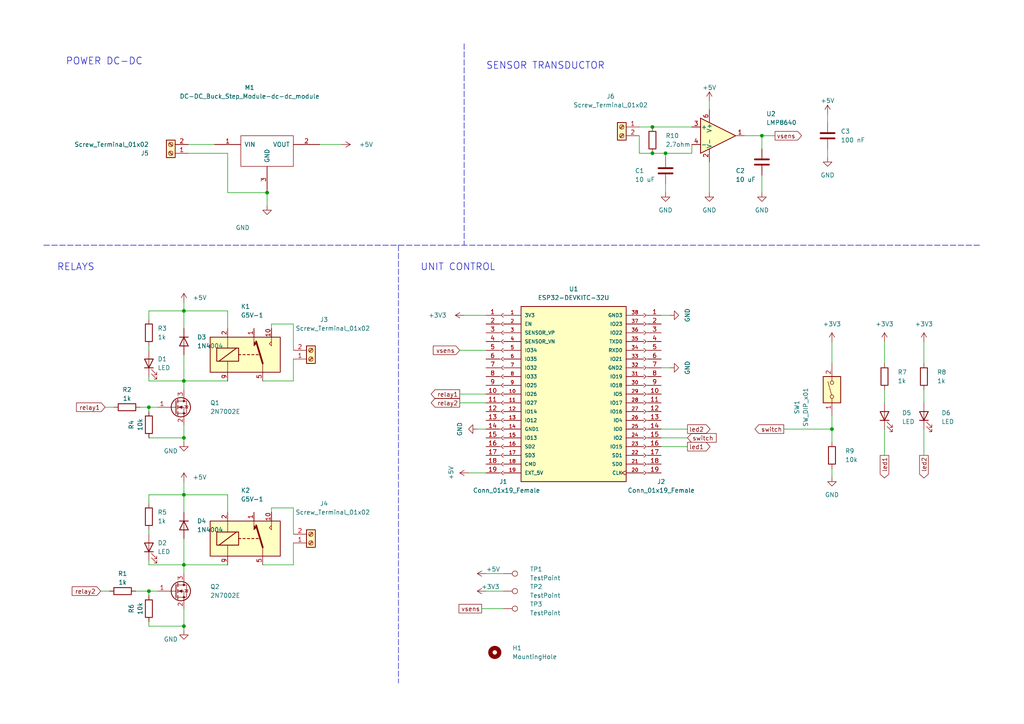
<source format=kicad_sch>
(kicad_sch (version 20210621) (generator eeschema)
  (paper "A4")
  (title_block (title "4-20mA Wifi Logger ") (date "2022-03-15") (rev "v1.0"))
  (lib_symbols
    (symbol "Amplifier_Current:LMP8640" (pin_names (offset 0.127))
      (property "Reference" "U" (at 3.81 5.08 0))
      (property "Value" "LMP8640" (at 3.81 2.54 0))
      (symbol "LMP8640_0_1"
        (polyline (pts (xy -5.08 5.08) (xy 5.08 0) (xy -5.08 -5.08) (xy -5.08 5.08)) (stroke (width 0.254)) (fill (type background)))
      )
      (symbol "LMP8640_1_1"
        (pin output line (at 7.62 0 180) (length 2.54) (name "~") (number "1"))
        (pin power_in line (at -2.54 -7.62 90) (length 3.81) (name "V-") (number "2"))
        (pin input line (at -7.62 2.54 0) (length 2.54) (name "+") (number "3"))
        (pin input line (at -7.62 -2.54 0) (length 2.54) (name "-") (number "4"))
        (pin power_in line (at -2.54 7.62 270) (length 3.81) (name "V+") (number "6"))
      )
    )
    (symbol "Connector:Conn_01x19_Female" (pin_names (offset 1.016) hide)
      (property "Reference" "J" (at 0 25.4 0))
      (property "Value" "Conn_01x19_Female" (at 0 -25.4 0))
      (symbol "Conn_01x19_Female_1_1"
        (arc (start 0 -22.352) (mid -0.508 -22.86) (end 0 -23.368) (stroke (width 0.1524)))
        (arc (start 0 -19.812) (mid -0.508 -20.32) (end 0 -20.828) (stroke (width 0.1524)))
        (arc (start 0 -17.272) (mid -0.508 -17.78) (end 0 -18.288) (stroke (width 0.1524)))
        (arc (start 0 -14.732) (mid -0.508 -15.24) (end 0 -15.748) (stroke (width 0.1524)))
        (arc (start 0 -12.192) (mid -0.508 -12.7) (end 0 -13.208) (stroke (width 0.1524)))
        (arc (start 0 -9.652) (mid -0.508 -10.16) (end 0 -10.668) (stroke (width 0.1524)))
        (arc (start 0 -7.112) (mid -0.508 -7.62) (end 0 -8.128) (stroke (width 0.1524)))
        (arc (start 0 -4.572) (mid -0.508 -5.08) (end 0 -5.588) (stroke (width 0.1524)))
        (arc (start 0 -2.032) (mid -0.508 -2.54) (end 0 -3.048) (stroke (width 0.1524)))
        (polyline (pts (xy -1.27 -22.86) (xy -0.508 -22.86)) (stroke (width 0.1524)))
        (polyline (pts (xy -1.27 -20.32) (xy -0.508 -20.32)) (stroke (width 0.1524)))
        (polyline (pts (xy -1.27 -17.78) (xy -0.508 -17.78)) (stroke (width 0.1524)))
        (polyline (pts (xy -1.27 -15.24) (xy -0.508 -15.24)) (stroke (width 0.1524)))
        (polyline (pts (xy -1.27 -12.7) (xy -0.508 -12.7)) (stroke (width 0.1524)))
        (polyline (pts (xy -1.27 -10.16) (xy -0.508 -10.16)) (stroke (width 0.1524)))
        (polyline (pts (xy -1.27 -7.62) (xy -0.508 -7.62)) (stroke (width 0.1524)))
        (polyline (pts (xy -1.27 -5.08) (xy -0.508 -5.08)) (stroke (width 0.1524)))
        (polyline (pts (xy -1.27 -2.54) (xy -0.508 -2.54)) (stroke (width 0.1524)))
        (polyline (pts (xy -1.27 0) (xy -0.508 0)) (stroke (width 0.1524)))
        (polyline (pts (xy -1.27 2.54) (xy -0.508 2.54)) (stroke (width 0.1524)))
        (polyline (pts (xy -1.27 5.08) (xy -0.508 5.08)) (stroke (width 0.1524)))
        (polyline (pts (xy -1.27 7.62) (xy -0.508 7.62)) (stroke (width 0.1524)))
        (polyline (pts (xy -1.27 10.16) (xy -0.508 10.16)) (stroke (width 0.1524)))
        (polyline (pts (xy -1.27 12.7) (xy -0.508 12.7)) (stroke (width 0.1524)))
        (polyline (pts (xy -1.27 15.24) (xy -0.508 15.24)) (stroke (width 0.1524)))
        (polyline (pts (xy -1.27 17.78) (xy -0.508 17.78)) (stroke (width 0.1524)))
        (polyline (pts (xy -1.27 20.32) (xy -0.508 20.32)) (stroke (width 0.1524)))
        (polyline (pts (xy -1.27 22.86) (xy -0.508 22.86)) (stroke (width 0.1524)))
        (arc (start 0 0.508) (mid -0.508 0) (end 0 -0.508) (stroke (width 0.1524)))
        (arc (start 0 3.048) (mid -0.508 2.54) (end 0 2.032) (stroke (width 0.1524)))
        (arc (start 0 5.588) (mid -0.508 5.08) (end 0 4.572) (stroke (width 0.1524)))
        (arc (start 0 8.128) (mid -0.508 7.62) (end 0 7.112) (stroke (width 0.1524)))
        (arc (start 0 10.668) (mid -0.508 10.16) (end 0 9.652) (stroke (width 0.1524)))
        (arc (start 0 13.208) (mid -0.508 12.7) (end 0 12.192) (stroke (width 0.1524)))
        (arc (start 0 15.748) (mid -0.508 15.24) (end 0 14.732) (stroke (width 0.1524)))
        (arc (start 0 18.288) (mid -0.508 17.78) (end 0 17.272) (stroke (width 0.1524)))
        (arc (start 0 20.828) (mid -0.508 20.32) (end 0 19.812) (stroke (width 0.1524)))
        (arc (start 0 23.368) (mid -0.508 22.86) (end 0 22.352) (stroke (width 0.1524)))
        (pin passive line (at -5.08 22.86 0) (length 3.81) (name "Pin_1") (number "1"))
        (pin passive line (at -5.08 0 0) (length 3.81) (name "Pin_10") (number "10"))
        (pin passive line (at -5.08 -2.54 0) (length 3.81) (name "Pin_11") (number "11"))
        (pin passive line (at -5.08 -5.08 0) (length 3.81) (name "Pin_12") (number "12"))
        (pin passive line (at -5.08 -7.62 0) (length 3.81) (name "Pin_13") (number "13"))
        (pin passive line (at -5.08 -10.16 0) (length 3.81) (name "Pin_14") (number "14"))
        (pin passive line (at -5.08 -12.7 0) (length 3.81) (name "Pin_15") (number "15"))
        (pin passive line (at -5.08 -15.24 0) (length 3.81) (name "Pin_16") (number "16"))
        (pin passive line (at -5.08 -17.78 0) (length 3.81) (name "Pin_17") (number "17"))
        (pin passive line (at -5.08 -20.32 0) (length 3.81) (name "Pin_18") (number "18"))
        (pin passive line (at -5.08 -22.86 0) (length 3.81) (name "Pin_19") (number "19"))
        (pin passive line (at -5.08 20.32 0) (length 3.81) (name "Pin_2") (number "2"))
        (pin passive line (at -5.08 17.78 0) (length 3.81) (name "Pin_3") (number "3"))
        (pin passive line (at -5.08 15.24 0) (length 3.81) (name "Pin_4") (number "4"))
        (pin passive line (at -5.08 12.7 0) (length 3.81) (name "Pin_5") (number "5"))
        (pin passive line (at -5.08 10.16 0) (length 3.81) (name "Pin_6") (number "6"))
        (pin passive line (at -5.08 7.62 0) (length 3.81) (name "Pin_7") (number "7"))
        (pin passive line (at -5.08 5.08 0) (length 3.81) (name "Pin_8") (number "8"))
        (pin passive line (at -5.08 2.54 0) (length 3.81) (name "Pin_9") (number "9"))
      )
    )
    (symbol "Connector:Screw_Terminal_01x02" (pin_names (offset 1.016) hide)
      (property "Reference" "J" (at 0 2.54 0))
      (property "Value" "Screw_Terminal_01x02" (at 0 -5.08 0))
      (symbol "Screw_Terminal_01x02_1_1"
        (rectangle (start -1.27 1.27) (end 1.27 -3.81) (stroke (width 0.254)) (fill (type background)))
        (circle (center 0 -2.54) (radius 0.635) (stroke (width 0.1524)))
        (polyline (pts (xy -0.5334 -2.2098) (xy 0.3302 -3.048)) (stroke (width 0.1524)))
        (polyline (pts (xy -0.5334 0.3302) (xy 0.3302 -0.508)) (stroke (width 0.1524)))
        (polyline (pts (xy -0.3556 -2.032) (xy 0.508 -2.8702)) (stroke (width 0.1524)))
        (polyline (pts (xy -0.3556 0.508) (xy 0.508 -0.3302)) (stroke (width 0.1524)))
        (circle (center 0 0) (radius 0.635) (stroke (width 0.1524)))
        (pin passive line (at -5.08 0 0) (length 3.81) (name "Pin_1") (number "1"))
        (pin passive line (at -5.08 -2.54 0) (length 3.81) (name "Pin_2") (number "2"))
      )
    )
    (symbol "Connector:TestPoint" (pin_numbers hide) (pin_names (offset 0.762) hide)
      (property "Reference" "TP" (at 0 6.858 0))
      (property "Value" "TestPoint" (at 0 5.08 0))
      (symbol "TestPoint_0_1"
        (circle (center 0 3.302) (radius 0.762))
      )
      (symbol "TestPoint_1_1"
        (pin passive line (at 0 0 90) (length 2.54) (name "1") (number "1"))
      )
    )
    (symbol "Device:C" (pin_numbers hide) (pin_names (offset 0.254))
      (property "Reference" "C" (at 0.635 2.54 0))
      (property "Value" "C" (at 0.635 -2.54 0))
      (symbol "C_0_1"
        (polyline (pts (xy -2.032 -0.762) (xy 2.032 -0.762)) (stroke (width 0.508)))
        (polyline (pts (xy -2.032 0.762) (xy 2.032 0.762)) (stroke (width 0.508)))
      )
      (symbol "C_1_1"
        (pin passive line (at 0 3.81 270) (length 2.794) (name "~") (number "1"))
        (pin passive line (at 0 -3.81 90) (length 2.794) (name "~") (number "2"))
      )
    )
    (symbol "Device:LED" (pin_numbers hide) (pin_names (offset 1.016) hide)
      (property "Reference" "D" (at 0 2.54 0))
      (property "Value" "LED" (at 0 -2.54 0))
      (symbol "LED_0_1"
        (polyline (pts (xy -1.27 -1.27) (xy -1.27 1.27)) (stroke (width 0.254)))
        (polyline (pts (xy -1.27 0) (xy 1.27 0)))
        (polyline (pts (xy 1.27 -1.27) (xy 1.27 1.27) (xy -1.27 0) (xy 1.27 -1.27)) (stroke (width 0.254)))
        (polyline (pts (xy -3.048 -0.762) (xy -4.572 -2.286) (xy -3.81 -2.286) (xy -4.572 -2.286) (xy -4.572 -1.524)))
        (polyline (pts (xy -1.778 -0.762) (xy -3.302 -2.286) (xy -2.54 -2.286) (xy -3.302 -2.286) (xy -3.302 -1.524)))
      )
      (symbol "LED_1_1"
        (pin passive line (at -3.81 0 0) (length 2.54) (name "K") (number "1"))
        (pin passive line (at 3.81 0 180) (length 2.54) (name "A") (number "2"))
      )
    )
    (symbol "Device:R" (pin_numbers hide) (pin_names (offset 0))
      (property "Reference" "R" (at 2.032 0 90))
      (property "Value" "R" (at 0 0 90))
      (symbol "R_0_1"
        (rectangle (start -1.016 -2.54) (end 1.016 2.54) (stroke (width 0.254)))
      )
      (symbol "R_1_1"
        (pin passive line (at 0 3.81 270) (length 1.27) (name "~") (number "1"))
        (pin passive line (at 0 -3.81 90) (length 1.27) (name "~") (number "2"))
      )
    )
    (symbol "Diode:1N4004" (pin_numbers hide) (pin_names (offset 1.016) hide)
      (property "Reference" "D" (at 0 2.54 0))
      (property "Value" "1N4004" (at 0 -2.54 0))
      (symbol "1N4004_0_1"
        (polyline (pts (xy -1.27 1.27) (xy -1.27 -1.27)) (stroke (width 0.254)))
        (polyline (pts (xy 1.27 0) (xy -1.27 0)))
        (polyline (pts (xy 1.27 1.27) (xy 1.27 -1.27) (xy -1.27 0) (xy 1.27 1.27)) (stroke (width 0.254)))
      )
      (symbol "1N4004_1_1"
        (pin passive line (at -3.81 0 0) (length 2.54) (name "K") (number "1"))
        (pin passive line (at 3.81 0 180) (length 2.54) (name "A") (number "2"))
      )
    )
    (symbol "ESP32-DEVKITC-32U:ESP32-DEVKITC-32U" (pin_names (offset 1.016))
      (property "Reference" "U" (at -15.2654 26.0604 0))
      (property "Value" "ESP32-DEVKITC-32U" (at -15.2654 -27.9654 0))
      (symbol "ESP32-DEVKITC-32U_0_0"
        (rectangle (start -15.24 -25.4) (end 15.24 25.4) (stroke (width 0.254)) (fill (type background)))
        (pin power_in line (at -20.32 22.86 0) (length 5.08) (name "3V3") (number "1"))
        (pin bidirectional line (at -20.32 0 0) (length 5.08) (name "IO26") (number "10"))
        (pin bidirectional line (at -20.32 -2.54 0) (length 5.08) (name "IO27") (number "11"))
        (pin bidirectional line (at -20.32 -5.08 0) (length 5.08) (name "IO14") (number "12"))
        (pin bidirectional line (at -20.32 -7.62 0) (length 5.08) (name "IO12") (number "13"))
        (pin power_in line (at -20.32 -10.16 0) (length 5.08) (name "GND1") (number "14"))
        (pin bidirectional line (at -20.32 -12.7 0) (length 5.08) (name "IO13") (number "15"))
        (pin bidirectional line (at -20.32 -15.24 0) (length 5.08) (name "SD2") (number "16"))
        (pin bidirectional line (at -20.32 -17.78 0) (length 5.08) (name "SD3") (number "17"))
        (pin bidirectional line (at -20.32 -20.32 0) (length 5.08) (name "CMD") (number "18"))
        (pin power_in line (at -20.32 -22.86 0) (length 5.08) (name "EXT_5V") (number "19"))
        (pin input line (at -20.32 20.32 0) (length 5.08) (name "EN") (number "2"))
        (pin input clock (at 20.32 -22.86 180) (length 5.08) (name "CLK") (number "20"))
        (pin bidirectional line (at 20.32 -20.32 180) (length 5.08) (name "SD0") (number "21"))
        (pin bidirectional line (at 20.32 -17.78 180) (length 5.08) (name "SD1") (number "22"))
        (pin bidirectional line (at 20.32 -15.24 180) (length 5.08) (name "IO15") (number "23"))
        (pin bidirectional line (at 20.32 -12.7 180) (length 5.08) (name "IO2") (number "24"))
        (pin bidirectional line (at 20.32 -10.16 180) (length 5.08) (name "IO0") (number "25"))
        (pin bidirectional line (at 20.32 -7.62 180) (length 5.08) (name "IO4") (number "26"))
        (pin bidirectional line (at 20.32 -5.08 180) (length 5.08) (name "IO16") (number "27"))
        (pin bidirectional line (at 20.32 -2.54 180) (length 5.08) (name "IO17") (number "28"))
        (pin bidirectional line (at 20.32 0 180) (length 5.08) (name "IO5") (number "29"))
        (pin input line (at -20.32 17.78 0) (length 5.08) (name "SENSOR_VP") (number "3"))
        (pin bidirectional line (at 20.32 2.54 180) (length 5.08) (name "IO18") (number "30"))
        (pin bidirectional line (at 20.32 5.08 180) (length 5.08) (name "IO19") (number "31"))
        (pin power_in line (at 20.32 7.62 180) (length 5.08) (name "GND2") (number "32"))
        (pin bidirectional line (at 20.32 10.16 180) (length 5.08) (name "IO21") (number "33"))
        (pin input line (at 20.32 12.7 180) (length 5.08) (name "RXD0") (number "34"))
        (pin output line (at 20.32 15.24 180) (length 5.08) (name "TXD0") (number "35"))
        (pin bidirectional line (at 20.32 17.78 180) (length 5.08) (name "IO22") (number "36"))
        (pin bidirectional line (at 20.32 20.32 180) (length 5.08) (name "IO23") (number "37"))
        (pin power_in line (at 20.32 22.86 180) (length 5.08) (name "GND3") (number "38"))
        (pin input line (at -20.32 15.24 0) (length 5.08) (name "SENSOR_VN") (number "4"))
        (pin bidirectional line (at -20.32 12.7 0) (length 5.08) (name "IO34") (number "5"))
        (pin bidirectional line (at -20.32 10.16 0) (length 5.08) (name "IO35") (number "6"))
        (pin bidirectional line (at -20.32 7.62 0) (length 5.08) (name "IO32") (number "7"))
        (pin bidirectional line (at -20.32 5.08 0) (length 5.08) (name "IO33") (number "8"))
        (pin bidirectional line (at -20.32 2.54 0) (length 5.08) (name "IO25") (number "9"))
      )
    )
    (symbol "Mechanical:MountingHole" (pin_names (offset 1.016))
      (property "Reference" "H" (at 0 5.08 0))
      (property "Value" "MountingHole" (at 0 3.175 0))
      (symbol "MountingHole_0_1"
        (circle (center 0 0) (radius 1.27) (stroke (width 1.27)))
      )
    )
    (symbol "Relay:G5V-1"
      (property "Reference" "K" (at 11.43 3.81 0))
      (property "Value" "G5V-1" (at 11.43 1.27 0))
      (symbol "G5V-1_0_0"
        (polyline (pts (xy 7.62 5.08) (xy 7.62 2.54) (xy 6.985 3.175) (xy 7.62 3.81)))
      )
      (symbol "G5V-1_0_1"
        (rectangle (start -10.16 5.08) (end 10.16 -5.08) (stroke (width 0.254)) (fill (type background)))
        (rectangle (start -8.255 1.905) (end -1.905 -1.905) (stroke (width 0.254)))
        (polyline (pts (xy -7.62 -1.905) (xy -2.54 1.905)) (stroke (width 0.254)))
        (polyline (pts (xy -5.08 -5.08) (xy -5.08 -1.905)))
        (polyline (pts (xy -5.08 5.08) (xy -5.08 1.905)))
        (polyline (pts (xy -1.905 0) (xy -1.27 0)) (stroke (width 0.254)))
        (polyline (pts (xy -0.635 0) (xy 0 0)) (stroke (width 0.254)))
        (polyline (pts (xy 0.635 0) (xy 1.27 0)) (stroke (width 0.254)))
        (polyline (pts (xy 1.905 0) (xy 2.54 0)) (stroke (width 0.254)))
        (polyline (pts (xy 3.175 0) (xy 3.81 0)) (stroke (width 0.254)))
        (polyline (pts (xy 5.08 -2.54) (xy 3.175 3.81)) (stroke (width 0.508)))
        (polyline (pts (xy 5.08 -2.54) (xy 5.08 -5.08)))
        (polyline (pts (xy 2.54 5.08) (xy 2.54 2.54) (xy 3.175 3.175) (xy 2.54 3.81)) (fill (type outline)))
      )
      (symbol "G5V-1_1_1"
        (pin passive line (at 2.54 7.62 270) (length 2.54) (name "~") (number "1"))
        (pin passive line (at 7.62 7.62 270) (length 2.54) (name "~") (number "10"))
        (pin passive line (at -5.08 7.62 270) (length 2.54) (name "~") (number "2"))
        (pin passive line (at 5.08 -7.62 90) (length 2.54) (name "~") (number "5"))
        (pin passive line (at 5.08 -7.62 90) (length 2.54) hide (name "~") (number "6"))
        (pin passive line (at -5.08 -7.62 90) (length 2.54) (name "~") (number "9"))
      )
    )
    (symbol "Switch:SW_DIP_x01" (pin_names (offset 0) hide)
      (property "Reference" "SW" (at 0 3.81 0))
      (property "Value" "SW_DIP_x01" (at 0 -3.81 0))
      (symbol "SW_DIP_x01_0_0"
        (circle (center -2.032 0) (radius 0.508))
        (polyline (pts (xy -1.524 0.127) (xy 2.3622 1.1684)))
        (circle (center 2.032 0) (radius 0.508))
      )
      (symbol "SW_DIP_x01_0_1"
        (rectangle (start -3.81 2.54) (end 3.81 -2.54) (stroke (width 0.254)) (fill (type background)))
      )
      (symbol "SW_DIP_x01_1_1"
        (pin passive line (at -7.62 0 0) (length 5.08) (name "~") (number "1"))
        (pin passive line (at 7.62 0 180) (length 5.08) (name "~") (number "2"))
      )
    )
    (symbol "Transistor_FET:2N7002E" (pin_names hide)
      (property "Reference" "Q" (at 5.08 1.905 0))
      (property "Value" "2N7002E" (at 5.08 0 0))
      (symbol "2N7002E_0_1"
        (polyline (pts (xy 0.254 0) (xy -2.54 0)))
        (polyline (pts (xy 0.254 1.905) (xy 0.254 -1.905)) (stroke (width 0.254)))
        (polyline (pts (xy 0.762 -1.27) (xy 0.762 -2.286)) (stroke (width 0.254)))
        (polyline (pts (xy 0.762 0.508) (xy 0.762 -0.508)) (stroke (width 0.254)))
        (polyline (pts (xy 0.762 2.286) (xy 0.762 1.27)) (stroke (width 0.254)))
        (polyline (pts (xy 2.54 2.54) (xy 2.54 1.778)))
        (polyline (pts (xy 2.54 -2.54) (xy 2.54 0) (xy 0.762 0)))
        (polyline (pts (xy 0.762 -1.778) (xy 3.302 -1.778) (xy 3.302 1.778) (xy 0.762 1.778)))
        (polyline (pts (xy 1.016 0) (xy 2.032 0.381) (xy 2.032 -0.381) (xy 1.016 0)) (fill (type outline)))
        (polyline (pts (xy 2.794 0.508) (xy 2.921 0.381) (xy 3.683 0.381) (xy 3.81 0.254)))
        (polyline (pts (xy 3.302 0.381) (xy 2.921 -0.254) (xy 3.683 -0.254) (xy 3.302 0.381)))
        (circle (center 1.651 0) (radius 2.794) (stroke (width 0.254)))
        (circle (center 2.54 -1.778) (radius 0.254) (fill (type outline)))
        (circle (center 2.54 1.778) (radius 0.254) (fill (type outline)))
      )
      (symbol "2N7002E_1_1"
        (pin input line (at -5.08 0 0) (length 2.54) (name "G") (number "1"))
        (pin passive line (at 2.54 -5.08 90) (length 2.54) (name "S") (number "2"))
        (pin passive line (at 2.54 5.08 270) (length 2.54) (name "D") (number "3"))
      )
    )
    (symbol "buck-dc:DC-DC_Buck_Step_Module-dc-dc_module" (pin_names (offset 1.016))
      (property "Reference" "M" (at 10.16 -2.54 0))
      (property "Value" "DC-DC_Buck_Step_Module-dc-dc_module" (at 0 6.35 0))
      (symbol "DC-DC_Buck_Step_Module-dc-dc_module_0_1"
        (rectangle (start -7.62 3.81) (end 7.62 -5.08))
      )
      (symbol "DC-DC_Buck_Step_Module-dc-dc_module_1_1"
        (pin power_in line (at -15.24 1.27 0) (length 7.62) (name "VIN") (number "1"))
        (pin power_out line (at 15.24 1.27 180) (length 7.62) (name "VOUT") (number "2"))
        (pin bidirectional line (at 0 -12.7 90) (length 7.62) (name "GND") (number "3"))
      )
    )
    (symbol "power:+3V3" (power) (pin_names (offset 0))
      (property "Value" "+3V3" (at 0 3.556 0))
      (symbol "+3V3_0_1"
        (polyline (pts (xy -0.762 1.27) (xy 0 2.54)))
        (polyline (pts (xy 0 0) (xy 0 2.54)))
        (polyline (pts (xy 0 2.54) (xy 0.762 1.27)))
      )
      (symbol "+3V3_1_1"
        (pin power_in line (at 0 0 90) (length 0) hide (name "+3V3") (number "1"))
      )
    )
    (symbol "power:+5V" (power) (pin_names (offset 0))
      (property "Value" "+5V" (at 0 3.556 0))
      (symbol "+5V_0_1"
        (polyline (pts (xy -0.762 1.27) (xy 0 2.54)))
        (polyline (pts (xy 0 0) (xy 0 2.54)))
        (polyline (pts (xy 0 2.54) (xy 0.762 1.27)))
      )
      (symbol "+5V_1_1"
        (pin power_in line (at 0 0 90) (length 0) hide (name "+5V") (number "1"))
      )
    )
    (symbol "power:GND" (power) (pin_names (offset 0))
      (property "Value" "GND" (at 0 -3.81 0))
      (symbol "GND_0_1"
        (polyline (pts (xy 0 0) (xy 0 -1.27) (xy 1.27 -1.27) (xy 0 -2.54) (xy -1.27 -1.27) (xy 0 -1.27)))
      )
      (symbol "GND_1_1"
        (pin power_in line (at 0 0 270) (length 0) hide (name "GND") (number "1"))
      )
    )
  )
  (junction (at 43.18 118.11))
  (junction (at 53.34 90.17))
  (junction (at 43.18 171.45))
  (junction (at 53.34 163.83))
  (junction (at 189.23 36.83))
  (junction (at 53.34 181.61))
  (junction (at 241.3 124.46))
  (junction (at 53.34 127))
  (junction (at 189.23 44.45))
  (junction (at 193.04 44.45))
  (junction (at 53.34 110.49))
  (junction (at 220.98 39.37))
  (junction (at 53.34 143.51))
  (junction (at 77.47 55.88))
  (wire (pts (xy 140.97 124.46) (xy 138.43 124.46)))
  (wire (pts (xy 53.34 110.49) (xy 53.34 113.03)))
  (wire (pts (xy 193.04 44.45) (xy 193.04 45.72)))
  (wire (pts (xy 53.34 163.83) (xy 53.34 166.37)))
  (wire (pts (xy 241.3 120.65) (xy 241.3 124.46)))
  (wire (pts (xy 241.3 124.46) (xy 241.3 128.27)))
  (wire (pts (xy 43.18 143.51) (xy 53.34 143.51)))
  (wire (pts (xy 85.09 93.98) (xy 85.09 101.6)))
  (wire (pts (xy 78.74 93.98) (xy 85.09 93.98)))
  (wire (pts (xy 78.74 95.25) (xy 78.74 93.98)))
  (wire (pts (xy 30.48 118.11) (xy 33.02 118.11)))
  (wire (pts (xy 267.97 124.46) (xy 267.97 132.08)))
  (wire (pts (xy 66.04 44.45) (xy 66.04 55.88)))
  (wire (pts (xy 66.04 55.88) (xy 77.47 55.88)))
  (wire (pts (xy 227.33 124.46) (xy 241.3 124.46)))
  (wire (pts (xy 185.42 44.45) (xy 189.23 44.45)))
  (wire (pts (xy 53.34 181.61) (xy 53.34 182.88)))
  (wire (pts (xy 53.34 176.53) (xy 53.34 181.61)))
  (wire (pts (xy 191.77 127) (xy 199.39 127)))
  (wire (pts (xy 39.37 171.45) (xy 43.18 171.45)))
  (wire (pts (xy 43.18 171.45) (xy 45.72 171.45)))
  (wire (pts (xy 191.77 106.68) (xy 194.31 106.68)))
  (wire (pts (xy 53.34 90.17) (xy 66.04 90.17)))
  (wire (pts (xy 53.34 102.87) (xy 53.34 110.49)))
  (polyline (pts (xy 134.62 12.7) (xy 134.62 71.12)))
  (wire (pts (xy 43.18 171.45) (xy 43.18 172.72)))
  (wire (pts (xy 43.18 118.11) (xy 43.18 119.38)))
  (wire (pts (xy 53.34 90.17) (xy 53.34 95.25)))
  (wire (pts (xy 53.34 87.63) (xy 53.34 90.17)))
  (wire (pts (xy 53.34 143.51) (xy 66.04 143.51)))
  (wire (pts (xy 241.3 99.06) (xy 241.3 105.41)))
  (wire (pts (xy 66.04 90.17) (xy 66.04 95.25)))
  (wire (pts (xy 77.47 55.88) (xy 77.47 59.69)))
  (wire (pts (xy 134.62 91.44) (xy 140.97 91.44)))
  (wire (pts (xy 29.21 171.45) (xy 31.75 171.45)))
  (wire (pts (xy 43.18 146.05) (xy 43.18 143.51)))
  (wire (pts (xy 43.18 153.67) (xy 43.18 154.94)))
  (wire (pts (xy 240.03 33.02) (xy 240.03 35.56)))
  (wire (pts (xy 53.34 163.83) (xy 66.04 163.83)))
  (wire (pts (xy 189.23 36.83) (xy 200.66 36.83)))
  (wire (pts (xy 133.35 114.3) (xy 140.97 114.3)))
  (wire (pts (xy 85.09 147.32) (xy 85.09 154.94)))
  (wire (pts (xy 53.34 123.19) (xy 53.34 127)))
  (wire (pts (xy 76.2 110.49) (xy 85.09 110.49)))
  (wire (pts (xy 85.09 110.49) (xy 85.09 104.14)))
  (wire (pts (xy 85.09 163.83) (xy 85.09 157.48)))
  (wire (pts (xy 43.18 110.49) (xy 53.34 110.49)))
  (wire (pts (xy 43.18 109.22) (xy 43.18 110.49)))
  (wire (pts (xy 92.71 41.91) (xy 99.06 41.91)))
  (wire (pts (xy 220.98 39.37) (xy 220.98 43.18)))
  (wire (pts (xy 53.34 110.49) (xy 66.04 110.49)))
  (wire (pts (xy 76.2 163.83) (xy 85.09 163.83)))
  (wire (pts (xy 54.61 44.45) (xy 66.04 44.45)))
  (wire (pts (xy 43.18 92.71) (xy 43.18 90.17)))
  (wire (pts (xy 43.18 90.17) (xy 53.34 90.17)))
  (wire (pts (xy 220.98 50.8) (xy 220.98 55.88)))
  (wire (pts (xy 185.42 36.83) (xy 189.23 36.83)))
  (wire (pts (xy 53.34 127) (xy 53.34 128.27)))
  (wire (pts (xy 193.04 53.34) (xy 193.04 55.88)))
  (wire (pts (xy 241.3 135.89) (xy 241.3 138.43)))
  (wire (pts (xy 135.89 137.16) (xy 140.97 137.16)))
  (wire (pts (xy 54.61 41.91) (xy 62.23 41.91)))
  (wire (pts (xy 139.7 176.53) (xy 146.05 176.53)))
  (polyline (pts (xy 115.57 71.12) (xy 115.57 198.12)))
  (wire (pts (xy 133.35 101.6) (xy 140.97 101.6)))
  (wire (pts (xy 43.18 162.56) (xy 43.18 163.83)))
  (wire (pts (xy 78.74 148.59) (xy 78.74 147.32)))
  (wire (pts (xy 185.42 39.37) (xy 185.42 44.45)))
  (polyline (pts (xy 12.7 71.12) (xy 284.48 71.12)))
  (wire (pts (xy 240.03 43.18) (xy 240.03 45.72)))
  (wire (pts (xy 43.18 163.83) (xy 53.34 163.83)))
  (wire (pts (xy 43.18 127) (xy 53.34 127)))
  (wire (pts (xy 191.77 129.54) (xy 199.39 129.54)))
  (wire (pts (xy 43.18 181.61) (xy 53.34 181.61)))
  (wire (pts (xy 43.18 180.34) (xy 43.18 181.61)))
  (wire (pts (xy 267.97 113.03) (xy 267.97 116.84)))
  (wire (pts (xy 205.74 46.99) (xy 205.74 55.88)))
  (wire (pts (xy 133.35 116.84) (xy 140.97 116.84)))
  (wire (pts (xy 78.74 147.32) (xy 85.09 147.32)))
  (wire (pts (xy 53.34 139.7) (xy 53.34 143.51)))
  (wire (pts (xy 53.34 143.51) (xy 53.34 148.59)))
  (wire (pts (xy 256.54 113.03) (xy 256.54 116.84)))
  (wire (pts (xy 205.74 29.21) (xy 205.74 31.75)))
  (wire (pts (xy 43.18 100.33) (xy 43.18 101.6)))
  (wire (pts (xy 256.54 99.06) (xy 256.54 105.41)))
  (wire (pts (xy 66.04 143.51) (xy 66.04 148.59)))
  (wire (pts (xy 140.97 171.45) (xy 146.05 171.45)))
  (wire (pts (xy 43.18 118.11) (xy 45.72 118.11)))
  (wire (pts (xy 140.97 166.37) (xy 146.05 166.37)))
  (wire (pts (xy 189.23 44.45) (xy 193.04 44.45)))
  (wire (pts (xy 200.66 41.91) (xy 200.66 44.45)))
  (wire (pts (xy 193.04 44.45) (xy 200.66 44.45)))
  (wire (pts (xy 53.34 156.21) (xy 53.34 163.83)))
  (wire (pts (xy 220.98 39.37) (xy 224.79 39.37)))
  (wire (pts (xy 215.9 39.37) (xy 220.98 39.37)))
  (wire (pts (xy 191.77 91.44) (xy 194.31 91.44)))
  (wire (pts (xy 40.64 118.11) (xy 43.18 118.11)))
  (wire (pts (xy 267.97 99.06) (xy 267.97 105.41)))
  (wire (pts (xy 256.54 124.46) (xy 256.54 132.08)))
  (wire (pts (xy 191.77 124.46) (xy 199.39 124.46)))
  (text "RELAYS" (at 16.51 78.74 0) (effects (font (size 2 2)) (justify left bottom)))
  (text "UNIT CONTROL" (at 121.92 78.74 0) (effects (font (size 2 2)) (justify left bottom)))
  (text "SENSOR TRANSDUCTOR" (at 140.97 20.32 0) (effects (font (size 2 2)) (justify left bottom)))
  (text "POWER DC-DC" (at 19.05 19.05 0) (effects (font (size 2 2)) (justify left bottom)))
  (global_label "vsens" (shape input) (at 133.35 101.6 180) (property "Intersheet References" "${INTERSHEET_REFS}" (effects hide)))
  (global_label "led1" (shape output) (at 199.39 129.54 0) (property "Intersheet References" "${INTERSHEET_REFS}" (effects hide)))
  (global_label "switch" (shape input) (at 199.39 127 0) (property "Intersheet References" "${INTERSHEET_REFS}" (effects hide)))
  (global_label "led2" (shape output) (at 267.97 132.08 270) (property "Intersheet References" "${INTERSHEET_REFS}" (effects hide)))
  (global_label "vsens" (shape passive) (at 139.7 176.53 180) (property "Intersheet References" "${INTERSHEET_REFS}" (effects hide)))
  (global_label "switch" (shape output) (at 227.33 124.46 180) (property "Intersheet References" "${INTERSHEET_REFS}" (effects hide)))
  (global_label "led2" (shape output) (at 199.39 124.46 0) (property "Intersheet References" "${INTERSHEET_REFS}" (effects hide)))
  (global_label "relay1" (shape input) (at 30.48 118.11 180) (property "Intersheet References" "${INTERSHEET_REFS}" (effects hide)))
  (global_label "led1" (shape output) (at 256.54 132.08 270) (property "Intersheet References" "${INTERSHEET_REFS}" (effects hide)))
  (global_label "relay2" (shape output) (at 133.35 116.84 180) (property "Intersheet References" "${INTERSHEET_REFS}" (effects hide)))
  (global_label "vsens" (shape output) (at 224.79 39.37 0) (property "Intersheet References" "${INTERSHEET_REFS}" (effects hide)))
  (global_label "relay2" (shape input) (at 29.21 171.45 180) (property "Intersheet References" "${INTERSHEET_REFS}" (effects hide)))
  (global_label "relay1" (shape output) (at 133.35 114.3 180) (property "Intersheet References" "${INTERSHEET_REFS}" (effects hide)))
  (symbol (lib_id "power:+5V") (at 53.34 139.7 0) (unit 1)
    (property "Reference" "#PWR06" (effects hide))
    (property "Value" "+5V" (at 55.88 138.4299 0) (effects (justify left)))
  )
  (symbol (lib_id "Connector:TestPoint") (at 146.05 171.45 270) (unit 1)
    (property "Reference" "TP2" (at 153.67 170.1799 90) (effects (justify left)))
    (property "Value" "TestPoint" (at 153.67 172.7199 90) (effects (justify left)))
    (property "Footprint" "TestPoint:TestPoint_Pad_D1.0mm" (effects hide))
  )
  (symbol (lib_id "Device:R") (at 267.97 109.22 180) (unit 1)
    (property "Reference" "R8" (at 271.78 107.9499 0) (effects (justify right)))
    (property "Value" "1k" (at 271.78 110.4899 0) (effects (justify right)))
    (property "Footprint" "Resistor_SMD:R_0805_2012Metric_Pad1.20x1.40mm_HandSolder" (effects hide))
  )
  (symbol (lib_id "Connector:Screw_Terminal_01x02") (at 49.53 44.45 180) (unit 1)
    (property "Reference" "J5" (at 43.18 44.4501 0) (effects (justify left)))
    (property "Value" "Screw_Terminal_01x02" (at 43.18 41.9101 0) (effects (justify left)))
    (property "Footprint" "project_library:TerminalBlock__1x02_P5.00mm_90Degree" (effects hide))
  )
  (symbol (lib_id "power:+3V3") (at 241.3 99.06 0) (unit 1)
    (property "Reference" "#PWR012" (effects hide))
    (property "Value" "+3V3" (at 241.3 93.98 0))
  )
  (symbol (lib_id "Connector:Screw_Terminal_01x02") (at 90.17 157.48 0) (mirror x) (unit 1)
    (property "Reference" "J4" (at 93.98 146.05 0))
    (property "Value" "Screw_Terminal_01x02" (at 96.52 148.59 0))
    (property "Footprint" "project_library:TerminalBlock__1x02_P5.00mm_90Degree" (effects hide))
  )
  (symbol (lib_id "Relay:G5V-1") (at 71.12 156.21 0) (unit 1)
    (property "Reference" "K2" (at 69.85 142.24 0) (effects (justify left)))
    (property "Value" "G5V-1" (at 69.85 144.78 0) (effects (justify left)))
    (property "Footprint" "Relay_THT:Relay_SPDT_Omron_G5V-1" (effects hide))
    (property "Datasheet" "http://omronfs.omron.com/en_US/ecb/products/pdf/en-g5v_1.pdf" (effects hide))
  )
  (symbol (lib_id "Device:R") (at 256.54 109.22 180) (unit 1)
    (property "Reference" "R7" (at 260.35 107.9499 0) (effects (justify right)))
    (property "Value" "1k" (at 260.35 110.4899 0) (effects (justify right)))
    (property "Footprint" "Resistor_SMD:R_0805_2012Metric_Pad1.20x1.40mm_HandSolder" (effects hide))
  )
  (symbol (lib_id "Diode:1N4004") (at 53.34 99.06 270) (unit 1)
    (property "Reference" "D3" (at 57.15 97.7899 90) (effects (justify left)))
    (property "Value" "1N4004" (at 57.15 100.3299 90) (effects (justify left)))
    (property "Footprint" "Diode_SMD:D_SMA" (effects hide))
    (property "Datasheet" "http://www.vishay.com/docs/88503/1n4001.pdf" (effects hide))
  )
  (symbol (lib_id "power:GND") (at 53.34 182.88 0) (unit 1)
    (property "Reference" "#PWR07" (effects hide))
    (property "Value" "GND" (at 49.53 185.42 0))
  )
  (symbol (lib_id "power:GND") (at 77.47 59.69 0) (unit 1)
    (property "Reference" "#PWR015" (effects hide))
    (property "Value" "GND" (at 70.3753 66.04 0))
  )
  (symbol (lib_id "power:GND") (at 205.74 55.88 0) (unit 1)
    (property "Reference" "#PWR017" (effects hide))
    (property "Value" "GND" (at 205.74 60.96 0))
  )
  (symbol (lib_id "Connector:Conn_01x19_Female") (at 146.05 114.3 0) (unit 1)
    (property "Reference" "J1" (at 144.78 139.7 0) (effects (justify left)))
    (property "Value" "Conn_01x19_Female" (at 137.16 142.24 0) (effects (justify left)))
    (property "Footprint" "Connector_PinSocket_2.54mm:PinSocket_1x19_P2.54mm_Vertical" (effects hide))
  )
  (symbol (lib_id "Transistor_FET:2N7002E") (at 50.8 118.11 0) (unit 1)
    (property "Reference" "Q1" (at 60.96 116.8399 0) (effects (justify left)))
    (property "Value" "2N7002E" (at 60.96 119.3799 0) (effects (justify left)))
    (property "Footprint" "Package_TO_SOT_SMD:SOT-23" (effects hide))
    (property "Datasheet" "http://www.diodes.com/assets/Datasheets/ds30376.pdf" (effects hide))
  )
  (symbol (lib_id "Switch:SW_DIP_x01") (at 241.3 113.03 90) (unit 1)
    (property "Reference" "SW1" (at 231.14 118.11 0))
    (property "Value" "SW_DIP_x01" (at 233.68 118.11 0))
    (property "Footprint" "Button_Switch_THT:SW_Tactile_SPST_Angled_PTS645Vx58-2LFS" (effects hide))
  )
  (symbol (lib_id "Device:R") (at 35.56 171.45 270) (unit 1)
    (property "Reference" "R1" (at 35.56 166.37 90))
    (property "Value" "1k" (at 35.56 168.91 90))
    (property "Footprint" "Resistor_SMD:R_0805_2012Metric_Pad1.20x1.40mm_HandSolder" (effects hide))
  )
  (symbol (lib_id "power:GND") (at 194.31 91.44 90) (unit 1)
    (property "Reference" "#PWR08" (effects hide))
    (property "Value" "GND" (at 199.39 91.44 0))
  )
  (symbol (lib_id "Relay:G5V-1") (at 71.12 102.87 0) (unit 1)
    (property "Reference" "K1" (at 69.85 88.9 0) (effects (justify left)))
    (property "Value" "G5V-1" (at 69.85 91.44 0) (effects (justify left)))
    (property "Footprint" "Relay_THT:Relay_SPDT_Omron_G5V-1" (effects hide))
    (property "Datasheet" "http://omronfs.omron.com/en_US/ecb/products/pdf/en-g5v_1.pdf" (effects hide))
  )
  (symbol (lib_id "Device:LED") (at 43.18 105.41 90) (unit 1)
    (property "Reference" "D1" (at 45.72 104.14 90) (effects (justify right)))
    (property "Value" "LED" (at 45.72 106.68 90) (effects (justify right)))
    (property "Footprint" "LED_THT:LED_D3.0mm_FlatTop" (effects hide))
  )
  (symbol (lib_id "Connector:Screw_Terminal_01x02") (at 90.17 104.14 0) (mirror x) (unit 1)
    (property "Reference" "J3" (at 93.98 92.71 0))
    (property "Value" "Screw_Terminal_01x02" (at 96.52 95.25 0))
    (property "Footprint" "project_library:TerminalBlock__1x02_P5.00mm_90Degree" (effects hide))
  )
  (symbol (lib_id "power:GND") (at 240.03 45.72 0) (unit 1)
    (property "Reference" "#PWR023" (effects hide))
    (property "Value" "GND" (at 240.03 50.8 0))
  )
  (symbol (lib_id "Connector:TestPoint") (at 146.05 166.37 270) (unit 1)
    (property "Reference" "TP1" (at 153.67 165.0999 90) (effects (justify left)))
    (property "Value" "TestPoint" (at 153.67 167.6399 90) (effects (justify left)))
    (property "Footprint" "TestPoint:TestPoint_Pad_D1.0mm" (effects hide))
  )
  (symbol (lib_id "Device:C") (at 220.98 46.99 0) (unit 1)
    (property "Reference" "C2" (at 213.36 49.53 0) (effects (justify left)))
    (property "Value" "10 uF" (at 213.36 52.07 0) (effects (justify left)))
    (property "Footprint" "Capacitor_SMD:C_0805_2012Metric_Pad1.18x1.45mm_HandSolder" (effects hide))
  )
  (symbol (lib_id "power:GND") (at 53.34 128.27 0) (unit 1)
    (property "Reference" "#PWR05" (effects hide))
    (property "Value" "GND" (at 49.53 130.81 0))
  )
  (symbol (lib_id "Device:LED") (at 256.54 120.65 90) (unit 1)
    (property "Reference" "D5" (at 261.62 119.7608 90) (effects (justify right)))
    (property "Value" "LED" (at 261.62 122.3008 90) (effects (justify right)))
    (property "Footprint" "LED_THT:LED_D1.8mm_W1.8mm_H2.4mm_Horizontal_O1.27mm_Z1.6mm" (effects hide))
  )
  (symbol (lib_id "power:GND") (at 193.04 55.88 0) (unit 1)
    (property "Reference" "#PWR014" (effects hide))
    (property "Value" "GND" (at 193.04 60.96 0))
  )
  (symbol (lib_id "power:GND") (at 241.3 138.43 0) (unit 1)
    (property "Reference" "#PWR013" (effects hide))
    (property "Value" "GND" (at 241.3 143.51 0))
  )
  (symbol (lib_id "Connector:TestPoint") (at 146.05 176.53 270) (unit 1)
    (property "Reference" "TP3" (at 153.67 175.2599 90) (effects (justify left)))
    (property "Value" "TestPoint" (at 153.67 177.7999 90) (effects (justify left)))
    (property "Footprint" "TestPoint:TestPoint_Pad_D1.0mm" (effects hide))
  )
  (symbol (lib_id "power:+5V") (at 205.74 29.21 0) (unit 1)
    (property "Reference" "#PWR016" (effects hide))
    (property "Value" "+5V" (at 205.74 25.4 0))
  )
  (symbol (lib_id "power:+5V") (at 135.89 137.16 90) (unit 1)
    (property "Reference" "#PWR02" (effects hide))
    (property "Value" "+5V" (at 130.81 137.16 0))
  )
  (symbol (lib_id "power:GND") (at 138.43 124.46 270) (unit 1)
    (property "Reference" "#PWR03" (effects hide))
    (property "Value" "GND" (at 133.35 124.46 0))
  )
  (symbol (lib_id "Device:LED") (at 267.97 120.65 90) (unit 1)
    (property "Reference" "D6" (at 273.05 119.7608 90) (effects (justify right)))
    (property "Value" "LED" (at 273.05 122.3008 90) (effects (justify right)))
    (property "Footprint" "LED_THT:LED_D1.8mm_W1.8mm_H2.4mm_Horizontal_O1.27mm_Z1.6mm" (effects hide))
  )
  (symbol (lib_id "power:+5V") (at 99.06 41.91 270) (unit 1)
    (property "Reference" "#PWR018" (effects hide))
    (property "Value" "+5V" (at 104.14 41.9099 90) (effects (justify left)))
  )
  (symbol (lib_id "Transistor_FET:2N7002E") (at 50.8 171.45 0) (unit 1)
    (property "Reference" "Q2" (at 60.96 170.1799 0) (effects (justify left)))
    (property "Value" "2N7002E" (at 60.96 172.7199 0) (effects (justify left)))
    (property "Footprint" "Package_TO_SOT_SMD:SOT-23" (effects hide))
    (property "Datasheet" "http://www.diodes.com/assets/Datasheets/ds30376.pdf" (effects hide))
  )
  (symbol (lib_id "Device:C") (at 240.03 39.37 0) (unit 1)
    (property "Reference" "C3" (at 243.84 38.1 0) (effects (justify left)))
    (property "Value" "100 nF" (at 243.84 40.64 0) (effects (justify left)))
    (property "Footprint" "Capacitor_SMD:C_0805_2012Metric_Pad1.18x1.45mm_HandSolder" (effects hide))
  )
  (symbol (lib_id "power:+3V3") (at 256.54 99.06 0) (unit 1)
    (property "Reference" "#PWR010" (effects hide))
    (property "Value" "+3V3" (at 256.54 93.98 0))
  )
  (symbol (lib_id "power:+5V") (at 53.34 87.63 0) (unit 1)
    (property "Reference" "#PWR04" (effects hide))
    (property "Value" "+5V" (at 55.88 86.3599 0) (effects (justify left)))
  )
  (symbol (lib_id "Device:R") (at 43.18 176.53 0) (unit 1)
    (property "Reference" "R6" (at 38.1 176.53 90))
    (property "Value" "10k" (at 40.64 176.53 90))
    (property "Footprint" "Resistor_SMD:R_0805_2012Metric_Pad1.20x1.40mm_HandSolder" (effects hide))
  )
  (symbol (lib_id "Diode:1N4004") (at 53.34 152.4 270) (unit 1)
    (property "Reference" "D4" (at 57.15 151.1299 90) (effects (justify left)))
    (property "Value" "1N4004" (at 57.15 153.6699 90) (effects (justify left)))
    (property "Footprint" "Diode_SMD:D_SMA" (effects hide))
    (property "Datasheet" "http://www.vishay.com/docs/88503/1n4001.pdf" (effects hide))
  )
  (symbol (lib_id "Device:R") (at 43.18 96.52 180) (unit 1)
    (property "Reference" "R3" (at 45.72 95.25 0) (effects (justify right)))
    (property "Value" "1k" (at 45.72 97.79 0) (effects (justify right)))
    (property "Footprint" "Resistor_SMD:R_0805_2012Metric_Pad1.20x1.40mm_HandSolder" (effects hide))
  )
  (symbol (lib_id "power:GND") (at 220.98 55.88 0) (unit 1)
    (property "Reference" "#PWR019" (effects hide))
    (property "Value" "GND" (at 220.98 60.96 0))
  )
  (symbol (lib_id "Device:R") (at 36.83 118.11 270) (unit 1)
    (property "Reference" "R2" (at 36.83 113.03 90))
    (property "Value" "1k" (at 36.83 115.57 90))
    (property "Footprint" "Resistor_SMD:R_0805_2012Metric_Pad1.20x1.40mm_HandSolder" (effects hide))
  )
  (symbol (lib_id "power:GND") (at 194.31 106.68 90) (unit 1)
    (property "Reference" "#PWR09" (effects hide))
    (property "Value" "GND" (at 199.39 106.68 0))
  )
  (symbol (lib_id "Device:R") (at 43.18 123.19 0) (unit 1)
    (property "Reference" "R4" (at 38.1 123.19 90))
    (property "Value" "10k" (at 40.64 123.19 90))
    (property "Footprint" "Resistor_SMD:R_0805_2012Metric_Pad1.20x1.40mm_HandSolder" (effects hide))
  )
  (symbol (lib_id "Mechanical:MountingHole") (at 143.51 189.23 0) (unit 1)
    (property "Reference" "H1" (at 148.59 187.9599 0) (effects (justify left)))
    (property "Value" "MountingHole" (at 148.59 190.4999 0) (effects (justify left)))
    (property "Footprint" "MountingHole:MountingHole_2.7mm_M2.5_ISO7380_Pad" (effects hide))
  )
  (symbol (lib_id "power:+5V") (at 140.97 166.37 90) (unit 1)
    (property "Reference" "#PWR020" (effects hide))
    (property "Value" "+5V" (at 140.97 165.1 90) (effects (justify right)))
  )
  (symbol (lib_id "power:+3V3") (at 134.62 91.44 90) (unit 1)
    (property "Reference" "#PWR01" (effects hide))
    (property "Value" "+3V3" (at 129.54 91.4399 90) (effects (justify left)))
  )
  (symbol (lib_id "Device:R") (at 241.3 132.08 180) (unit 1)
    (property "Reference" "R9" (at 245.11 130.8099 0) (effects (justify right)))
    (property "Value" "10k" (at 245.11 133.3499 0) (effects (justify right)))
    (property "Footprint" "Resistor_SMD:R_0805_2012Metric_Pad1.20x1.40mm_HandSolder" (effects hide))
  )
  (symbol (lib_id "power:+5V") (at 240.03 33.02 0) (unit 1)
    (property "Reference" "#PWR022" (effects hide))
    (property "Value" "+5V" (at 240.03 29.21 0))
  )
  (symbol (lib_id "ESP32-DEVKITC-32U:ESP32-DEVKITC-32U") (at 166.37 114.3 0) (unit 1) (on_board no)
    (property "Reference" "U1" (at 166.37 83.82 0))
    (property "Value" "ESP32-DEVKITC-32U" (at 166.37 86.36 0))
    (property "Footprint" "MODULE_ESP32-DEVKITC-32U" (effects hide))
    (property "PARTREV" "N/A" (effects hide))
    (property "MANUFACTURER" "ESPRESSIF" (effects hide))
    (property "STANDARD" "Manufacturer Recommendations" (effects hide))
  )
  (symbol (lib_id "Amplifier_Current:LMP8640") (at 208.28 39.37 0) (unit 1)
    (property "Reference" "U2" (at 222.25 33.0199 0) (effects (justify left)))
    (property "Value" "LMP8640" (at 222.25 35.5599 0) (effects (justify left)))
    (property "Footprint" "Package_TO_SOT_SMD:SOT-23-6" (effects hide))
    (property "Datasheet" "http://www.ti.com/lit/ds/symlink/lmp8640.pdf" (effects hide))
  )
  (symbol (lib_id "Device:R") (at 189.23 40.64 0) (unit 1)
    (property "Reference" "R10" (at 193.04 39.3699 0) (effects (justify left)))
    (property "Value" "2.7ohm" (at 193.04 41.9099 0) (effects (justify left)))
    (property "Footprint" "Resistor_SMD:R_2512_6332Metric_Pad1.40x3.35mm_HandSolder" (effects hide))
  )
  (symbol (lib_id "buck-dc:DC-DC_Buck_Step_Module-dc-dc_module") (at 77.47 43.18 0) (unit 1)
    (property "Reference" "M1" (at 72.39 25.4 0))
    (property "Value" "DC-DC_Buck_Step_Module-dc-dc_module" (at 72.39 27.94 0))
    (property "Footprint" "project_library:DC-DC_Buck_Step_Module" (effects hide))
  )
  (symbol (lib_id "power:+3V3") (at 140.97 171.45 90) (unit 1)
    (property "Reference" "#PWR021" (effects hide))
    (property "Value" "+3V3" (at 142.24 170.18 90))
  )
  (symbol (lib_id "Connector:Conn_01x19_Female") (at 186.69 114.3 0) (mirror y) (unit 1)
    (property "Reference" "J2" (at 191.77 139.7 0))
    (property "Value" "Conn_01x19_Female" (at 191.77 142.24 0))
    (property "Footprint" "Connector_PinSocket_2.54mm:PinSocket_1x19_P2.54mm_Vertical" (effects hide))
  )
  (symbol (lib_id "Device:LED") (at 43.18 158.75 90) (unit 1)
    (property "Reference" "D2" (at 45.72 157.48 90) (effects (justify right)))
    (property "Value" "LED" (at 45.72 160.02 90) (effects (justify right)))
    (property "Footprint" "LED_THT:LED_D3.0mm_FlatTop" (effects hide))
  )
  (symbol (lib_id "Device:R") (at 43.18 149.86 180) (unit 1)
    (property "Reference" "R5" (at 45.72 148.59 0) (effects (justify right)))
    (property "Value" "1k" (at 45.72 151.13 0) (effects (justify right)))
    (property "Footprint" "Resistor_SMD:R_0805_2012Metric_Pad1.20x1.40mm_HandSolder" (effects hide))
  )
  (symbol (lib_id "Connector:Screw_Terminal_01x02") (at 180.34 36.83 0) (mirror y) (unit 1)
    (property "Reference" "J6" (at 177.1015 27.94 0))
    (property "Value" "Screw_Terminal_01x02" (at 177.1015 30.48 0))
    (property "Footprint" "project_library:TerminalBlock__1x02_P5.00mm_90Degree" (effects hide))
  )
  (symbol (lib_id "Device:C") (at 193.04 49.53 0) (unit 1)
    (property "Reference" "C1" (at 184.15 49.53 0) (effects (justify left)))
    (property "Value" "10 uF" (at 184.15 52.07 0) (effects (justify left)))
    (property "Footprint" "Capacitor_SMD:C_0805_2012Metric_Pad1.18x1.45mm_HandSolder" (effects hide))
  )
  (symbol (lib_id "power:+3V3") (at 267.97 99.06 0) (unit 1)
    (property "Reference" "#PWR011" (effects hide))
    (property "Value" "+3V3" (at 267.97 93.98 0))
  )
)
</source>
